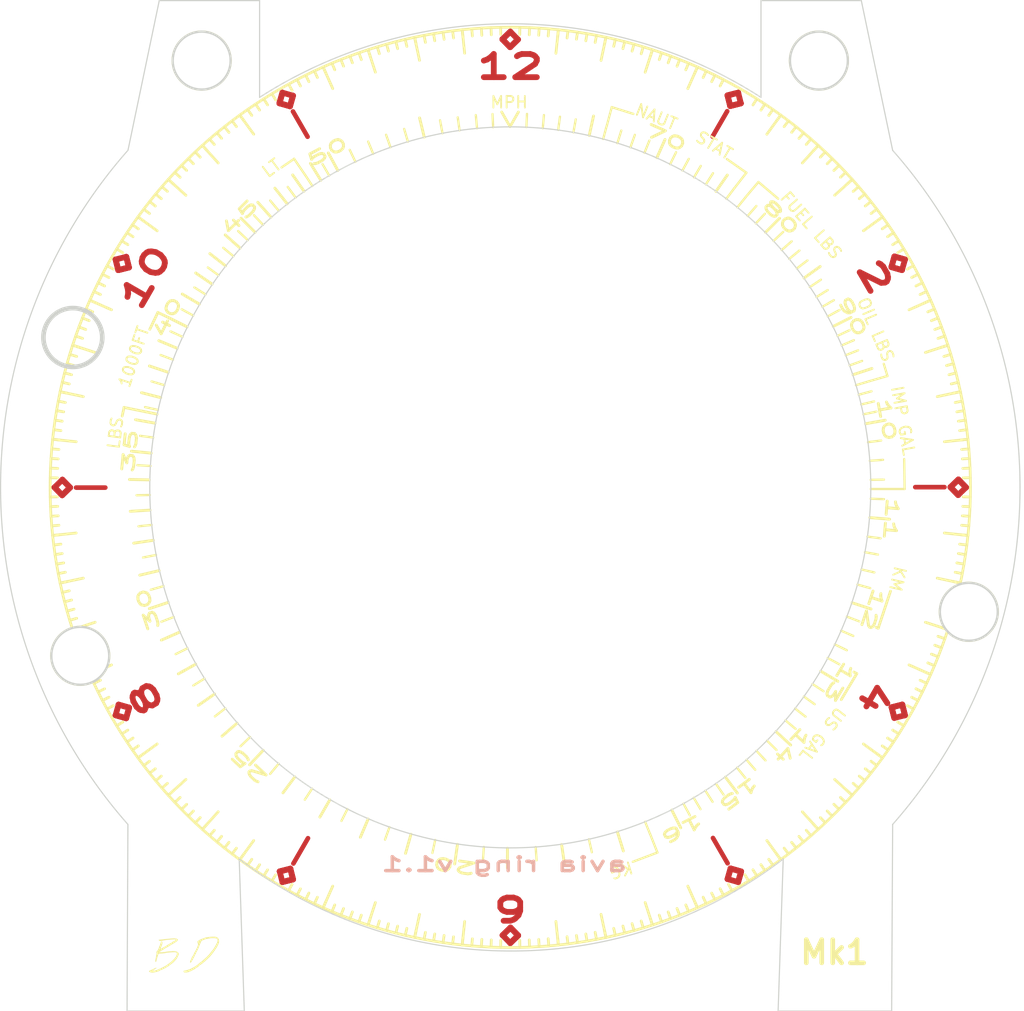
<source format=kicad_pcb>
(kicad_pcb (version 20211014) (generator pcbnew)
  (layers (0 "F.Cu" signal) (31 "B.Cu" signal) (34 "B.Paste" user) (35 "F.Paste" user) (36 "B.SilkS" user "B.Silkscreen") (37 "F.SilkS" user "F.Silkscreen") (38 "B.Mask" user) (39 "F.Mask" user) (44 "Edge.Cuts" user))
  (net 0 "")
  (footprint "BartLib_Logo:BD_small 3.5x2.6" (layer "F.Cu") (at 137.069147 115.256866)
    (fp_text reference "G***" hide)
    (fp_text value "LOGO" hide)
  )
  (gr_line (start 167.71474 105.051709) (end 167.598952 104.59226) (layer "F.Cu") (width 0.25))
  (gr_line (start 160.974079 112.135251) (end 161.103528 111.679463) (layer "F.Cu") (width 0.25))
  (gr_line (start 141.304079 112.134188) (end 141.188291 111.674739) (layer "F.Cu") (width 0.25))
  (gr_line (start 134.234197 104.478291) (end 134.689985 104.60774) (layer "F.Cu") (width 0.25))
  (gr_line (start 134.234197 104.478291) (end 134.689985 104.60774) (layer "F.Cu") (width 0.25))
  (gr_line (start 168.175251 85.265921) (end 167.719463 85.136472) (layer "F.Cu") (width 0.25))
  (gr_line (start 151.138937 114.77) (end 151.478937 114.44) (layer "F.Cu") (width 0.25))
  (gr_line (start 170.81 95.101063) (end 170.48 94.761063) (layer "F.Cu") (width 0.25))
  (gr_line (start 141.188291 111.67474) (end 141.64774 111.558952) (layer "F.Cu") (width 0.25))
  (gr_line (start 141.188291 111.67474) (end 141.64774 111.558952) (layer "F.Cu") (width 0.25))
  (gr_line (start 170.81 95.101063) (end 170.48 94.761063) (layer "F.Cu") (width 0.25))
  (gr_line (start 134.104749 104.934079) (end 134.560537 105.063528) (layer "F.Cu") (width 0.25))
  (gr_line (start 168.045803 85.721709) (end 167.590015 85.59226) (layer "F.Cu") (width 0.25))
  (gr_line (start 168.0584 104.476472) (end 167.598951 104.59226) (layer "F.Cu") (width 0.25))
  (gr_line (start 131.8 95.438937) (end 132.14 95.108937) (layer "F.Cu") (width 0.25))
  (gr_line (start 141.188291 111.67474) (end 141.64774 111.558952) (layer "F.Cu") (width 0.25))
  (gr_line (start 134.105812 85.264079) (end 134.2216 85.723528) (layer "F.Cu") (width 0.25))
  (gr_line (start 168.045803 85.721709) (end 167.590015 85.59226) (layer "F.Cu") (width 0.25))
  (gr_line (start 150.808937 114.43) (end 151.148937 114.1) (layer "F.Cu") (width 0.25))
  (gr_line (start 151.141063 75.43) (end 151.471063 75.77) (layer "F.Cu") (width 0.25))
  (gr_line (start 134.234197 104.478291) (end 134.689985 104.60774) (layer "F.Cu") (width 0.25))
  (gr_line (start 160.975921 78.065812) (end 160.516472 78.1816) (layer "F.Cu") (width 0.25))
  (gr_line (start 150.801063 75.76) (end 151.131063 76.1) (layer "F.Cu") (width 0.25))
  (gr_line (start 141.305921 78.064749) (end 141.176472 78.520537) (layer "F.Cu") (width 0.25))
  (gr_line (start 141.305921 78.064749) (end 141.176472 78.520537) (layer "F.Cu") (width 0.25))
  (gr_line (start 160.518291 112.005803) (end 160.64774 111.550015) (layer "F.Cu") (width 0.25))
  (gr_line (start 141.176472 78.520537) (end 141.63226 78.649986) (layer "F.Cu") (width 0.25))
  (gr_line (start 168.175251 85.265921) (end 167.719463 85.136472) (layer "F.Cu") (width 0.25))
  (gr_line (start 168.174188 104.935921) (end 168.0584 104.476472) (layer "F.Cu") (width 0.25))
  (gr_line (start 160.516472 78.1816) (end 160.63226 78.641049) (layer "F.Cu") (width 0.25))
  (gr_line (start 134.560537 105.063528) (end 134.689986 104.60774) (layer "F.Cu") (width 0.25))
  (gr_line (start 161.103528 111.679463) (end 160.64774 111.550014) (layer "F.Cu") (width 0.25))
  (gr_line (start 151.138937 114.77) (end 151.478937 114.44) (layer "F.Cu") (width 0.25))
  (gr_line (start 131.81 94.768937) (end 132.14 95.108937) (layer "F.Cu") (width 0.25))
  (gr_line (start 141.76134 78.875684) (end 142.39134 79.966876) (layer "F.Cu") (width 0.2))
  (gr_line (start 170.48 94.761063) (end 170.14 95.091063) (layer "F.Cu") (width 0.25))
  (gr_line (start 151.141063 75.43) (end 150.801063 75.76) (layer "F.Cu") (width 0.25))
  (gr_line (start 168.174188 104.935921) (end 168.0584 104.476472) (layer "F.Cu") (width 0.25))
  (gr_line (start 160.50134 78.865684) (end 159.87134 79.956876) (layer "F.Cu") (width 0.2))
  (gr_line (start 170.81 95.101063) (end 170.48 94.761063) (layer "F.Cu") (width 0.25))
  (gr_line (start 151.471063 75.77) (end 151.131063 76.1) (layer "F.Cu") (width 0.25))
  (gr_line (start 131.47 95.098937) (end 131.8 95.438937) (layer "F.Cu") (width 0.25))
  (gr_line (start 160.518291 112.005803) (end 160.64774 111.550015) (layer "F.Cu") (width 0.25))
  (gr_line (start 141.77866 111.334316) (end 142.40866 110.243124) (layer "F.Cu") (width 0.2))
  (gr_line (start 134.56526 85.148291) (end 134.681048 85.60774) (layer "F.Cu") (width 0.25))
  (gr_line (start 134.105812 85.264079) (end 134.2216 85.723528) (layer "F.Cu") (width 0.25))
  (gr_line (start 167.719463 85.136472) (end 167.590014 85.59226) (layer "F.Cu") (width 0.25))
  (gr_line (start 151.138937 114.77) (end 150.808937 114.43) (layer "F.Cu") (width 0.25))
  (gr_line (start 170.81 95.101063) (end 170.47 95.431063) (layer "F.Cu") (width 0.25))
  (gr_line (start 160.975921 78.065812) (end 160.516472 78.1816) (layer "F.Cu") (width 0.25))
  (gr_line (start 151.471063 75.77) (end 151.131063 76.1) (layer "F.Cu") (width 0.25))
  (gr_line (start 170.47 95.431063) (end 170.14 95.091063) (layer "F.Cu") (width 0.25))
  (gr_line (start 168.175251 85.265921) (end 168.045802 85.721709) (layer "F.Cu") (width 0.25))
  (gr_line (start 134.56526 85.148291) (end 134.681048 85.60774) (layer "F.Cu") (width 0.25))
  (gr_line (start 170.47 95.431063) (end 170.14 95.091063) (layer "F.Cu") (width 0.25))
  (gr_line (start 151.478937 114.44) (end 151.148937 114.1) (layer "F.Cu") (width 0.25))
  (gr_line (start 170.48 94.761063) (end 170.14 95.091063) (layer "F.Cu") (width 0.25))
  (gr_line (start 151.478937 114.44) (end 151.148937 114.1) (layer "F.Cu") (width 0.25))
  (gr_line (start 160.516472 78.1816) (end 160.63226 78.641049) (layer "F.Cu") (width 0.25))
  (gr_line (start 134.104749 104.934079) (end 134.560537 105.063528) (layer "F.Cu") (width 0.25))
  (gr_line (start 160.51866 111.324316) (end 159.88866 110.233124) (layer "F.Cu") (width 0.2))
  (gr_line (start 131.8 95.438937) (end 132.14 95.108937) (layer "F.Cu") (width 0.25))
  (gr_line (start 141.761709 78.194197) (end 141.63226 78.649985) (layer "F.Cu") (width 0.25))
  (gr_line (start 134.56526 85.148291) (end 134.681048 85.60774) (layer "F.Cu") (width 0.25))
  (gr_line (start 161.091709 78.52526) (end 160.63226 78.641048) (layer "F.Cu") (width 0.25))
  (gr_line (start 160.975921 78.065812) (end 160.516472 78.1816) (layer "F.Cu") (width 0.25))
  (gr_line (start 141.304079 112.134188) (end 141.763528 112.0184) (layer "F.Cu") (width 0.25))
  (gr_line (start 141.763528 112.0184) (end 141.64774 111.558951) (layer "F.Cu") (width 0.25))
  (gr_line (start 134.105812 85.264079) (end 134.2216 85.723528) (layer "F.Cu") (width 0.25))
  (gr_line (start 169.88 95.09) (end 168.62 95.09) (layer "F.Cu") (width 0.2))
  (gr_line (start 161.103528 111.679463) (end 160.64774 111.550014) (layer "F.Cu") (width 0.25))
  (gr_line (start 170.48 94.761063) (end 170.14 95.091063) (layer "F.Cu") (width 0.25))
  (gr_line (start 141.176472 78.520537) (end 141.63226 78.649986) (layer "F.Cu") (width 0.25))
  (gr_line (start 170.47 95.431063) (end 170.14 95.091063) (layer "F.Cu") (width 0.25))
  (gr_line (start 141.304079 112.134188) (end 141.763528 112.0184) (layer "F.Cu") (width 0.25))
  (gr_line (start 167.71474 105.051709) (end 167.598952 104.59226) (layer "F.Cu") (width 0.25))
  (gr_line (start 131.81 94.768937) (end 132.14 95.108937) (layer "F.Cu") (width 0.25))
  (gr_line (start 151.478937 114.44) (end 151.148937 114.1) (layer "F.Cu") (width 0.25))
  (gr_line (start 134.2216 85.723528) (end 134.681049 85.60774) (layer "F.Cu") (width 0.25))
  (gr_line (start 134.105812 85.264079) (end 134.565261 85.148291) (layer "F.Cu") (width 0.25))
  (gr_line (start 160.516472 78.1816) (end 160.63226 78.641049) (layer "F.Cu") (width 0.25))
  (gr_line (start 131.47 95.098937) (end 131.81 94.768937) (layer "F.Cu") (width 0.25))
  (gr_line (start 134.560537 105.063528) (end 134.689986 104.60774) (layer "F.Cu") (width 0.25))
  (gr_line (start 131.81 94.768937) (end 132.14 95.108937) (layer "F.Cu") (width 0.25))
  (gr_line (start 131.8 95.438937) (end 132.14 95.108937) (layer "F.Cu") (width 0.25))
  (gr_line (start 141.761709 78.194197) (end 141.63226 78.649985) (layer "F.Cu") (width 0.25))
  (gr_line (start 161.091709 78.52526) (end 160.63226 78.641048) (layer "F.Cu") (width 0.25))
  (gr_line (start 141.176472 78.520537) (end 141.63226 78.649986) (layer "F.Cu") (width 0.25))
  (gr_line (start 160.974079 112.135251) (end 160.518291 112.005802) (layer "F.Cu") (width 0.25))
  (gr_line (start 141.761709 78.194197) (end 141.63226 78.649985) (layer "F.Cu") (width 0.25))
  (gr_line (start 160.518291 112.005803) (end 160.64774 111.550015) (layer "F.Cu") (width 0.25))
  (gr_line (start 151.471063 75.77) (end 151.131063 76.1) (layer "F.Cu") (width 0.25))
  (gr_line (start 168.174188 104.935921) (end 168.0584 104.476472) (layer "F.Cu") (width 0.25))
  (gr_line (start 134.104749 104.934079) (end 134.234198 104.478291) (layer "F.Cu") (width 0.25))
  (gr_line (start 167.71474 105.051709) (end 167.598952 104.59226) (layer "F.Cu") (width 0.25))
  (gr_line (start 131.47 95.098937) (end 131.8 95.438937) (layer "F.Cu") (width 0.25))
  (gr_line (start 151.138937 114.77) (end 151.478937 114.44) (layer "F.Cu") (width 0.25))
  (gr_line (start 151.141063 75.43) (end 150.801063 75.76) (layer "F.Cu") (width 0.25))
  (gr_line (start 160.974079 112.135251) (end 161.103528 111.679463) (layer "F.Cu") (width 0.25))
  (gr_line (start 141.304079 112.134188) (end 141.763528 112.0184) (layer "F.Cu") (width 0.25))
  (gr_line (start 141.305921 78.064749) (end 141.761709 78.194198) (layer "F.Cu") (width 0.25))
  (gr_line (start 168.174188 104.935921) (end 167.714739 105.051709) (layer "F.Cu") (width 0.25))
  (gr_line (start 134.2216 85.723528) (end 134.681049 85.60774) (layer "F.Cu") (width 0.25))
  (gr_line (start 151.141063 75.43) (end 150.801063 75.76) (layer "F.Cu") (width 0.25))
  (gr_line (start 160.975921 78.065812) (end 161.091709 78.525261) (layer "F.Cu") (width 0.25))
  (gr_line (start 161.091709 78.52526) (end 160.63226 78.641048) (layer "F.Cu") (width 0.25))
  (gr_line (start 141.763528 112.0184) (end 141.64774 111.558951) (layer "F.Cu") (width 0.25))
  (gr_line (start 167.719463 85.136472) (end 167.590014 85.59226) (layer "F.Cu") (width 0.25))
  (gr_line (start 168.175251 85.265921) (end 167.719463 85.136472) (layer "F.Cu") (width 0.25))
  (gr_line (start 141.763528 112.0184) (end 141.64774 111.558951) (layer "F.Cu") (width 0.25))
  (gr_line (start 134.2216 85.723528) (end 134.681049 85.60774) (layer "F.Cu") (width 0.25))
  (gr_line (start 167.719463 85.136472) (end 167.590014 85.59226) (layer "F.Cu") (width 0.25))
  (gr_line (start 131.47 95.098937) (end 131.8 95.438937) (layer "F.Cu") (width 0.25))
  (gr_line (start 168.0584 104.476472) (end 167.598951 104.59226) (layer "F.Cu") (width 0.25))
  (gr_line (start 160.974079 112.135251) (end 161.103528 111.679463) (layer "F.Cu") (width 0.25))
  (gr_line (start 150.801063 75.76) (end 151.131063 76.1) (layer "F.Cu") (width 0.25))
  (gr_line (start 150.808937 114.43) (end 151.148937 114.1) (layer "F.Cu") (width 0.25))
  (gr_line (start 168.045803 85.721709) (end 167.590015 85.59226) (layer "F.Cu") (width 0.25))
  (gr_line (start 161.103528 111.679463) (end 160.64774 111.550014) (layer "F.Cu") (width 0.25))
  (gr_line (start 134.560537 105.063528) (end 134.689986 104.60774) (layer "F.Cu") (width 0.25))
  (gr_line (start 132.4 95.11) (end 133.66 95.11) (layer "F.Cu") (width 0.2))
  (gr_line (start 141.305921 78.064749) (end 141.176472 78.520537) (layer "F.Cu") (width 0.25))
  (gr_line (start 150.801063 75.76) (end 151.131063 76.1) (layer "F.Cu") (width 0.25))
  (gr_line (start 150.808937 114.43) (end 151.148937 114.1) (layer "F.Cu") (width 0.25))
  (gr_line (start 134.104749 104.934079) (end 134.560537 105.063528) (layer "F.Cu") (width 0.25))
  (gr_line (start 168.0584 104.476472) (end 167.598951 104.59226) (layer "F.Cu") (width 0.25))
  (gr_line (start 166.704152 107.435995) (end 166.461207 107.243439) (layer "F.SilkS") (width 0.12))
  (gr_line (start 164.116933 80.066078) (end 163.914373 80.300746) (layer "F.SilkS") (width 0.12))
  (gr_line (start 134.47 91.65) (end 134.39 92.02) (layer "F.SilkS") (width 0.12))
  (gr_line (start 154.861393 75.591775) (end 154.803305 75.896284) (layer "F.SilkS") (width 0.12))
  (gr_line (start 157.17675 110.067311) (end 157.49 110.86) (layer "F.SilkS") (width 0.1))
  (gr_line (start 168.928836 86.269545) (end 168.651165 86.407382) (layer "F.SilkS") (width 0.12))
  (gr_line (start 150.724084 114.955644) (end 150.730576 114.645712) (layer "F.SilkS") (width 0.12))
  (gr_line (start 157.277078 113.987982) (end 156.961881 113.017904) (layer "F.SilkS") (width 0.12))
  (gr_circle (center 164.46 76.68) (end 165.66 76.68) (layer "F.SilkS") (width 0.2) (fill none))
  (gr_line (start 132.996987 103.17779) (end 133.280186 103.051702) (layer "F.SilkS") (width 0.12))
  (gr_line (start 132.996987 87.02221) (end 133.928803 87.437081) (layer "F.SilkS") (width 0.12))
  (gr_line (start 170.930348 93.438158) (end 170.621435 93.464098) (layer "F.SilkS") (width 0.12))
  (gr_line (start 146.201019 114.336062) (end 146.278113 114.035801) (layer "F.SilkS") (width 0.12))
  (gr_line (start 143.829046 76.634639) (end 143.943165 76.92287) (layer "F.SilkS") (width 0.12))
  (gr_line (start 132.252018 88.962922) (end 132.546846 89.058717) (layer "F.SilkS") (width 0.12))
  (gr_line (start 169.605361 87.789046) (end 169.31713 87.903165) (layer "F.SilkS") (width 0.12))
  (gr_line (start 145.002922 113.987982) (end 145.098717 113.693154) (layer "F.SilkS") (width 0.12))
  (gr_line (start 131.388795 97.175935) (end 131.697097 97.143531) (layer "F.SilkS") (width 0.12))
  (gr_line (start 135.072922 106.773415) (end 135.898119 106.173874) (layer "F.SilkS") (width 0.12))
  (gr_line (start 132.996987 103.17779) (end 133.928803 102.762919) (layer "F.SilkS") (width 0.12))
  (gr_line (start 139.132662 110.919084) (end 139.320088 110.67216) (layer "F.SilkS") (width 0.12))
  (gr_line (start 158.062641 76.48558) (end 157.954584 76.776137) (layer "F.SilkS") (width 0.12))
  (gr_line (start 136.381144 81.811066) (end 137.139152 82.493579) (layer "F.SilkS") (width 0.12))
  (gr_line (start 131.319189 96.34702) (end 131.628577 96.327555) (layer "F.SilkS") (width 0.12))
  (gr_line (start 145.002922 113.987982) (end 145.318119 113.017904) (layer "F.SilkS") (width 0.12))
  (gr_line (start 166.612771 90.523857) (end 167.418221 90.291394) (layer "F.SilkS") (width 0.1))
  (gr_line (start 166.704152 82.764005) (end 166.461207 82.956561) (layer "F.SilkS") (width 0.12))
  (gr_line (start 162.813415 111.167078) (end 162.213874 110.341881) (layer "F.SilkS") (width 0.12))
  (gr_line (start 170.891205 97.175935) (end 169.876793 97.069316) (layer "F.SilkS") (width 0.12))
  (gr_line (start 155.52 78.69) (end 156.45 78.98) (layer "F.SilkS") (width 0.1))
  (gr_line (start 170.027982 101.237078) (end 169.733154 101.141283) (layer "F.SilkS") (width 0.12))
  (gr_line (start 148.650882 114.803398) (end 148.689735 114.495842) (layer "F.SilkS") (width 0.12))
  (gr_line (start 149.89298 75.279189) (end 149.912445 75.588577) (layer "F.SilkS") (width 0.12))
  (gr_line (start 153.215935 75.348795) (end 153.183531 75.657097) (layer "F.SilkS") (width 0.12))
  (gr_line (start 168.543451 85.532372) (end 168.271796 85.681716) (layer "F.SilkS") (width 0.12))
  (gr_line (start 149.064065 75.348795) (end 149.096469 75.657097) (layer "F.SilkS") (width 0.12))
  (gr_line (start 136.662683 81.504894) (end 136.888663 81.717104) (layer "F.SilkS") (width 0.12))
  (gr_line (start 151.97165 114.942579) (end 151.958669 114.632851) (layer "F.SilkS") (width 0.12))
  (gr_line (start 149.064065 114.851205) (end 149.170684 113.836793) (layer "F.SilkS") (width 0.12))
  (gr_line (start 165.898856 81.811066) (end 165.140848 82.493579) (layer "F.SilkS") (width 0.12))
  (gr_line (start 155.3 79.51) (end 155.52 78.69) (layer "F.SilkS") (width 0.1))
  (gr_line (start 145.002922 76.212018) (end 145.318119 77.182096) (layer "F.SilkS") (width 0.12))
  (gr_line (start 135.9 91.94) (end 134.47 91.65) (layer "F.SilkS") (width 0.12))
  (gr_line (start 160.813519 82.183576) (end 161.33 81.52) (layer "F.SilkS") (width 0.1))
  (gr_line (start 136.106078 108.076933) (end 136.340746 107.874373) (layer "F.SilkS") (width 0.12))
  (gr_line (start 137.244686 80.910573) (end 137.461582 81.13206) (layer "F.SilkS") (width 0.12))
  (gr_line (start 155.269126 114.526011) (end 155.057056 113.5283) (layer "F.SilkS") (width 0.12))
  (gr_line (start 154.452027 114.681881) (end 154.400329 114.376222) (layer "F.SilkS") (width 0.12))
  (gr_line (start 164.428934 80.341144) (end 164.221504 80.571519) (layer "F.SilkS") (width 0.12))
  (gr_line (start 170.891205 93.024065) (end 170.582903 93.056469) (layer "F.SilkS") (width 0.12))
  (gr_line (start 135.837607 82.44076) (end 136.076466 82.638361) (layer "F.SilkS") (width 0.12))
  (gr_line (start 149.478158 114.890348) (end 149.504098 114.581435) (layer "F.SilkS") (width 0.12))
  (gr_line (start 159.595977 113.069865) (end 159.463985 112.789369) (layer "F.SilkS") (width 0.12))
  (gr_line (start 158.450954 113.565361) (end 158.336835 113.27713) (layer "F.SilkS") (width 0.12))
  (gr_line (start 142.684023 77.130135) (end 142.816015 77.410631) (layer "F.SilkS") (width 0.12))
  (gr_line (start 170.843398 92.610882) (end 170.535842 92.649735) (layer "F.SilkS") (width 0.12))
  (gr_line (start 147.010874 75.673989) (end 147.075327 75.977215) (layer "F.SilkS") (width 0.12))
  (gr_line (start 143.06221 113.243013) (end 143.188298 112.959814) (layer "F.SilkS") (width 0.12))
  (gr_line (start 161.3 82.57) (end 161.85 81.92) (layer "F.SilkS") (width 0.1))
  (gr_line (start 154.452027 75.518119) (end 154.400329 75.823778) (layer "F.SilkS") (width 0.12))
  (gr_line (start 154.041209 114.746949) (end 153.995923 114.440275) (layer "F.SilkS") (width 0.12))
  (gr_line (start 167.908353 84.45848) (end 167.646611 84.624586) (layer "F.SilkS") (width 0.12))
  (gr_line (start 152.801842 75.309652) (end 152.775902 75.618565) (layer "F.SilkS") (width 0.12))
  (gr_line (start 168.16 95.17) (end 168.14 93.88) (layer "F.SilkS") (width 0.1))
  (gr_line (start 165.329427 81.204686) (end 165.10794 81.421582) (layer "F.SilkS") (width 0.12))
  (gr_line (start 138.163067 80.066078) (end 138.365627 80.300746) (layer "F.SilkS") (width 0.12))
  (gr_line (start 141.938941 77.499997) (end 142.082563 77.77472) (layer "F.SilkS") (width 0.12))
  (gr_line (start 168.127534 105.388016) (end 167.862371 105.227428) (layer "F.SilkS") (width 0.12))
  (gr_line (start 143.06221 76.956987) (end 143.188298 77.240186) (layer "F.SilkS") (width 0.12))
  (gr_line (start 159.970455 77.311164) (end 159.832618 77.588835) (layer "F.SilkS") (width 0.12))
  (gr_line (start 147.827973 75.518119) (end 147.879671 75.823778) (layer "F.SilkS") (width 0.12))
  (gr_line (start 165.898856 81.811066) (end 165.668481 82.018496) (layer "F.SilkS") (width 0.12))
  (gr_line (start 157.671292 113.855315) (end 157.569343 113.562558) (layer "F.SilkS") (width 0.12))
  (gr_line (start 143.44394 113.408202) (end 143.56407 113.122424) (layer "F.SilkS") (width 0.12))
  (gr_line (start 162.474371 78.791977) (end 162.29745 79.046533) (layer "F.SilkS") (width 0.12))
  (gr_line (start 131.349652 93.438158) (end 131.658565 93.464098) (layer "F.SilkS") (width 0.12))
  (gr_line (start 137.851066 109.858856) (end 138.058496 109.628481) (layer "F.SilkS") (width 0.12))
  (gr_line (start 134.831977 83.765629) (end 135.086533 83.94255) (layer "F.SilkS") (width 0.12))
  (gr_line (start 164.735106 109.577317) (end 164.522896 109.351337) (layer "F.SilkS") (width 0.12))
  (gr_line (start 145.799252 114.228409) (end 145.882617 113.929829) (layer "F.SilkS") (width 0.12))
  (gr_line (start 166.93 101.14) (end 167.02 101.18) (layer "F.SilkS") (width 0.12))
  (gr_line (start 162.130356 111.641816) (end 161.958805 111.38361) (layer "F.SilkS") (width 0.12))
  (gr_line (start 131.558119 98.412027) (end 131.863778 98.360329) (layer "F.SilkS") (width 0.12))
  (gr_line (start 142.309545 112.888836) (end 142.447382 112.611165) (layer "F.SilkS") (width 0.12))
  (gr_line (start 141.572372 77.696549) (end 141.721716 77.968204) (layer "F.SilkS") (width 0.12))
  (gr_line (start 145.799252 75.971591) (end 145.882617 76.270171) (layer "F.SilkS") (width 0.12))
  (gr_line (start 162.813415 79.032922) (end 162.213874 79.858119) (layer "F.SilkS") (width 0.12))
  (gr_line (start 159.21779 113.243013) (end 158.802919 112.311197) (layer "F.SilkS") (width 0.12))
  (gr_line (start 169.605361 102.410954) (end 169.31713 102.296835) (layer "F.SilkS") (width 0.12))
  (gr_line (start 151.555916 75.244356) (end 151.549424 75.554288) (layer "F.SilkS") (width 0.12))
  (gr_line (start 164.428934 109.858856) (end 164.221504 109.628481) (layer "F.SilkS") (width 0.12))
  (gr_line (start 135.837607 107.75924) (end 136.076466 107.561639) (layer "F.SilkS") (width 0.12))
  (gr_line (start 132.011591 100.440748) (end 132.310171 100.357383) (layer "F.SilkS") (width 0.12))
  (gr_line (start 170.843398 97.589118) (end 170.535842 97.550265) (layer "F.SilkS") (width 0.12))
  (gr_line (start 145.399829 114.112365) (end 145.489429 113.815596) (layer "F.SilkS") (width 0.12))
  (gr_line (start 136.106078 82.123067) (end 136.340746 82.325627) (layer "F.SilkS") (width 0.12))
  (gr_line (start 135.575848 82.764005) (end 135.818793 82.956561) (layer "F.SilkS") (width 0.12))
  (gr_line (start 161.85 81.92) (end 162.7 82.64) (layer "F.SilkS") (width 0.1))
  (gr_line (start 144.608708 113.855315) (end 144.710657 113.562558) (layer "F.SilkS") (width 0.12))
  (gr_line (start 170.566011 99.229126) (end 169.5683 99.017056) (layer "F.SilkS") (width 0.12))
  (gr_line (start 165.035314 80.910573) (end 164.818418 81.13206) (layer "F.SilkS") (width 0.12))
  (gr_line (start 141.81 80.92) (end 141.27 81.29) (layer "F.SilkS") (width 0.1))
  (gr_line (start 142.684023 113.069865) (end 142.816015 112.789369) (layer "F.SilkS") (width 0.12))
  (gr_line (start 140.49848 111.868353) (end 140.664586 111.606611) (layer "F.SilkS") (width 0.12))
  (gr_line (start 132.252018 101.237078) (end 132.546846 101.141283) (layer "F.SilkS") (width 0.12))
  (gr_line (start 150.30835 114.942579) (end 150.321331 114.632851) (layer "F.SilkS") (width 0.12))
  (gr_circle (center 170.93 100.47) (end 172.13 100.47) (layer "F.SilkS") (width 0.2) (fill none))
  (gr_line (start 143.06221 113.243013) (end 143.477081 112.311197) (layer "F.SilkS") (width 0.12))
  (gr_line (start 159.21779 113.243013) (end 159.091702 112.959814) (layer "F.SilkS") (width 0.12))
  (gr_line (start 144.217359 76.48558) (end 144.325416 76.776137) (layer "F.SilkS") (width 0.12))
  (gr_line (start 170.475277 99.635048) (end 170.173468 99.564259) (layer "F.SilkS") (width 0.12))
  (gr_line (start 131.903938 100.038981) (end 132.204199 99.961887) (layer "F.SilkS") (width 0.12))
  (gr_line (start 131.713989 99.229126) (end 132.017215 99.164673) (layer "F.SilkS") (width 0.12))
  (gr_line (start 170.566011 99.229126) (end 170.262785 99.164673) (layer "F.SilkS") (width 0.12))
  (gr_line (start 135.072922 83.426585) (end 135.323717 83.608798) (layer "F.SilkS") (width 0.12))
  (gr_line (start 161.428016 112.087534) (end 161.267428 111.822371) (layer "F.SilkS") (width 0.12))
  (gr_line (start 144.217359 113.71442) (end 144.325416 113.423863) (layer "F.SilkS") (width 0.12))
  (gr_line (start 169.448202 87.40394) (end 169.162424 87.52407) (layer "F.SilkS") (width 0.12))
  (gr_line (start 166.959084 107.107338) (end 166.71216 106.919912) (layer "F.SilkS") (width 0.12))
  (gr_line (start 163.79924 110.402393) (end 163.601639 110.163534) (layer "F.SilkS") (width 0.12))
  (gr_line (start 169.75442 88.177359) (end 169.463863 88.285416) (layer "F.SilkS") (width 0.12))
  (gr_line (start 152.801842 114.890348) (end 152.775902 114.581435) (layer "F.SilkS") (width 0.12))
  (gr_line (start 133.736549 85.532372) (end 134.008204 85.681716) (layer "F.SilkS") (width 0.12))
  (gr_line (start 165.617317 81.504894) (end 165.391337 81.717104) (layer "F.SilkS") (width 0.12))
  (gr_line (start 156.480748 75.971591) (end 156.397383 76.270171) (layer "F.SilkS") (width 0.12))
  (gr_line (start 132.831798 102.79606) (end 133.117576 102.67593) (layer "F.SilkS") (width 0.12))
  (gr_line (start 164.116933 110.133922) (end 163.914373 109.899254) (layer "F.SilkS") (width 0.12))
  (gr_line (start 147.010874 114.526011) (end 147.222944 113.5283) (layer "F.SilkS") (width 0.12))
  (gr_line (start 158.062641 113.71442) (end 157.954584 113.423863) (layer "F.SilkS") (width 0.12))
  (gr_line (start 136.950573 108.995314) (end 137.17206 108.778418) (layer "F.SilkS") (width 0.12))
  (gr_line (start 170.721881 91.787973) (end 170.416222 91.839671) (layer "F.SilkS") (width 0.12))
  (gr_line (start 136.381144 108.388934) (end 136.611519 108.181504) (layer "F.SilkS") (width 0.12))
  (gr_line (start 132.252018 88.962922) (end 133.222096 89.278119) (layer "F.SilkS") (width 0.12))
  (gr_line (start 160.341059 112.700003) (end 160.197437 112.42528) (layer "F.SilkS") (width 0.12))
  (gr_line (start 148.238791 75.453051) (end 148.284077 75.759725) (layer "F.SilkS") (width 0.12))
  (gr_line (start 164.735106 80.622683) (end 164.522896 80.848663) (layer "F.SilkS") (width 0.12))
  (gr_line (start 131.349652 96.761842) (end 131.658565 96.735902) (layer "F.SilkS") (width 0.12))
  (gr_line (start 132.252018 101.237078) (end 133.222096 100.921881) (layer "F.SilkS") (width 0.12))
  (gr_line (start 170.566011 90.970874) (end 169.5683 91.182944) (layer "F.SilkS") (width 0.12))
  (gr_line (start 170.891205 97.175935) (end 170.582903 97.143531) (layer "F.SilkS") (width 0.12))
  (gr_line (start 154.861393 114.608225) (end 154.803305 114.303716) (layer "F.SilkS") (width 0.12))
  (gr_line (start 134.831977 106.434371) (end 135.086533 106.25745) (layer "F.SilkS") (width 0.12))
  (gr_line (start 167.02 101.18) (end 167.55 99.58) (layer "F.SilkS") (width 0.12))
  (gr_line (start 157.277078 76.212018) (end 157.181283 76.506846) (layer "F.SilkS") (width 0.12))
  (gr_line (start 169.895315 88.568708) (end 169.602558 88.670657) (layer "F.SilkS") (width 0.12))
  (gr_line (start 170.566011 90.970874) (end 170.262785 91.035327) (layer "F.SilkS") (width 0.12))
  (gr_line (start 163.147338 110.919084) (end 162.959912 110.67216) (layer "F.SilkS") (width 0.12))
  (gr_line (start 163.79924 79.797607) (end 163.601639 80.036466) (layer "F.SilkS") (width 0.12))
  (gr_line (start 166.095 103.14) (end 165.425 104.26) (layer "F.SilkS") (width 0.12))
  (gr_circle (center 151.14 95.1) (end 151.14 75.24) (layer "F.SilkS") (width 0.12) (fill none))
  (gr_line (start 167.207078 83.426585) (end 166.956283 83.608798) (layer "F.SilkS") (width 0.12))
  (gr_line (start 167.681816 106.090356) (end 167.42361 105.918805) (layer "F.SilkS") (width 0.12))
  (gr_line (start 142.309545 77.311164) (end 142.447382 77.588835) (layer "F.SilkS") (width 0.12))
  (gr_line (start 139.805629 78.791977) (end 139.98255 79.046533) (layer "F.SilkS") (width 0.12))
  (gr_line (start 155.675048 114.435277) (end 155.604259 114.133468) (layer "F.SilkS") (width 0.12))
  (gr_line (start 134.598184 106.090356) (end 134.85639 105.918805) (layer "F.SilkS") (width 0.12))
  (gr_line (start 169.109865 103.555977) (end 168.829369 103.423985) (layer "F.SilkS") (width 0.12))
  (gr_line (start 142.28 81.61) (end 141.81 80.92) (layer "F.SilkS") (width 0.1))
  (gr_line (start 139.805629 111.408023) (end 139.98255 111.153467) (layer "F.SilkS") (width 0.12))
  (gr_line (start 149.064065 75.348795) (end 149.170684 76.363207) (layer "F.SilkS") (width 0.12))
  (gr_line (start 139.466585 79.032922) (end 140.066126 79.858119) (layer "F.SilkS") (width 0.12))
  (gr_line (start 131.558119 91.787973) (end 131.863778 91.839671) (layer "F.SilkS") (width 0.12))
  (gr_line (start 153.215935 75.348795) (end 153.109316 76.363207) (layer "F.SilkS") (width 0.12))
  (gr_line (start 165.617317 108.695106) (end 165.391337 108.482896) (layer "F.SilkS") (width 0.12))
  (gr_line (start 138.48076 79.797607) (end 138.678361 80.036466) (layer "F.SilkS") (width 0.12))
  (gr_line (start 146.604952 75.764723) (end 146.675741 76.066532) (layer "F.SilkS") (width 0.12))
  (gr_line (start 170.995644 94.684084) (end 170.685712 94.690576) (layer "F.SilkS") (width 0.12))
  (gr_line (start 170.268409 89.759252) (end 169.969829 89.842617) (layer "F.SilkS") (width 0.12))
  (gr_line (start 169.283013 103.17779) (end 168.999814 103.051702) (layer "F.SilkS") (width 0.12))
  (gr_line (start 165.97 103.07) (end 166.095 103.14) (layer "F.SilkS") (width 0.12))
  (gr_line (start 165.898856 108.388934) (end 165.140848 107.706421) (layer "F.SilkS") (width 0.12))
  (gr_line (start 156.880171 76.087635) (end 156.790571 76.384404) (layer "F.SilkS") (width 0.12))
  (gr_line (start 160.341059 77.499997) (end 160.197437 77.77472) (layer "F.SilkS") (width 0.12))
  (gr_line (start 170.982579 95.93165) (end 170.672851 95.918669) (layer "F.SilkS") (width 0.12))
  (gr_line (start 150.77 78.9) (end 151.13 79.53) (layer "F.SilkS") (width 0.12))
  (gr_line (start 169.895315 101.631292) (end 169.602558 101.529343) (layer "F.SilkS") (width 0.12))
  (gr_line (start 157.277078 113.987982) (end 157.181283 113.693154) (layer "F.SilkS") (width 0.12))
  (gr_line (start 132.127635 89.359829) (end 132.424404 89.449429) (layer "F.SilkS") (width 0.12))
  (gr_line (start 141.938941 112.700003) (end 142.082563 112.42528) (layer "F.SilkS") (width 0.12))
  (gr_line (start 135.575848 107.435995) (end 135.818793 107.243439) (layer "F.SilkS") (width 0.12))
  (gr_line (start 163.147338 79.280916) (end 162.959912 79.52784) (layer "F.SilkS") (width 0.12))
  (gr_line (start 140.851984 112.087534) (end 141.012572 111.822371) (layer "F.SilkS") (width 0.12))
  (gr_line (start 159.595977 77.130135) (end 159.463985 77.410631) (layer "F.SilkS") (width 0.12))
  (gr_line (start 135.072922 106.773415) (end 135.323717 106.591202) (layer "F.SilkS") (width 0.12))
  (gr_line (start 133.170135 103.555977) (end 133.450631 103.423985) (layer "F.SilkS") (width 0.12))
  (gr_line (start 155.269126 75.673989) (end 155.057056 76.6717) (layer "F.SilkS") (width 0.12))
  (gr_line (start 170.960811 96.34702) (end 170.651423 96.327555) (layer "F.SilkS") (width 0.12))
  (gr_line (start 155.675048 75.764723) (end 155.604259 76.066532) (layer "F.SilkS") (width 0.12))
  (gr_line (start 139.466585 79.032922) (end 139.648798 79.283717) (layer "F.SilkS") (width 0.12))
  (gr_line (start 131.713989 90.970874) (end 132.7117 91.182944) (layer "F.SilkS") (width 0.12))
  (gr_line (start 164.428934 80.341144) (end 163.746421 81.099152) (layer "F.SilkS") (width 0.12))
  (gr_line (start 131.804723 90.564952) (end 132.106532 90.635741) (layer "F.SilkS") (width 0.12))
  (gr_line (start 131.713989 99.229126) (end 132.7117 99.017056) (layer "F.SilkS") (width 0.12))
  (gr_line (start 160.707628 112.503451) (end 160.558284 112.231796) (layer "F.SilkS") (width 0.12))
  (gr_line (start 166.959084 83.092662) (end 166.71216 83.280088) (layer "F.SilkS") (width 0.12))
  (gr_line (start 131.436602 97.589118) (end 131.744158 97.550265) (layer "F.SilkS") (width 0.12))
  (gr_line (start 170.891205 93.024065) (end 169.876793 93.130684) (layer "F.SilkS") (width 0.12))
  (gr_line (start 131.388795 93.024065) (end 131.697097 93.056469) (layer "F.SilkS") (width 0.12))
  (gr_line (start 133.351164 86.269545) (end 133.628835 86.407382) (layer "F.SilkS") (width 0.12))
  (gr_line (start 169.75442 102.022641) (end 169.463863 101.914584) (layer "F.SilkS") (width 0.12))
  (gr_line (start 131.388795 97.175935) (end 132.403207 97.069316) (layer "F.SilkS") (width 0.12))
  (gr_line (start 153.629118 75.396602) (end 153.590265 75.704158) (layer "F.SilkS") (width 0.12))
  (gr_line (start 135.93 87.55) (end 135.58 88.28) (layer "F.SilkS") (width 0.12))
  (gr_line (start 170.995644 95.515916) (end 170.685712 95.509424) (layer "F.SilkS") (width 0.12))
  (gr_line (start 167.681816 84.109644) (end 167.42361 84.281195) (layer "F.SilkS") (width 0.12))
  (gr_line (start 153.215935 114.851205) (end 153.109316 113.836793) (layer "F.SilkS") (width 0.12))
  (gr_line (start 140.149644 111.641816) (end 140.321195 111.38361) (layer "F.SilkS") (width 0.12))
  (gr_line (start 131.297421 94.26835) (end 131.607149 94.281331) (layer "F.SilkS") (width 0.12))
  (gr_line (start 138.48076 110.402393) (end 138.678361 110.163534) (layer "F.SilkS") (width 0.12))
  (gr_line (start 136.381144 81.811066) (end 136.611519 82.018496) (layer "F.SilkS") (width 0.12))
  (gr_line (start 163.475995 110.664152) (end 163.283439 110.421207) (layer "F.SilkS") (width 0.12))
  (gr_line (start 137.851066 80.341144) (end 138.058496 80.571519) (layer "F.SilkS") (width 0.12))
  (gr_line (start 131.631775 98.821393) (end 131.936284 98.763305) (layer "F.SilkS") (width 0.12))
  (gr_line (start 167.448023 106.434371) (end 167.193467 106.25745) (layer "F.SilkS") (width 0.12))
  (gr_line (start 169.448202 102.79606) (end 169.162424 102.67593) (layer "F.SilkS") (width 0.12))
  (gr_line (start 163.475995 79.535848) (end 163.283439 79.778793) (layer "F.SilkS") (width 0.12))
  (gr_line (start 132.674639 102.410954) (end 132.96287 102.296835) (layer "F.SilkS") (width 0.12))
  (gr_line (start 169.283013 103.17779) (end 168.351197 102.762919) (layer "F.SilkS") (width 0.12))
  (gr_line (start 138.804005 79.535848) (end 138.996561 79.778793) (layer "F.SilkS") (width 0.12))
  (gr_line (start 166.442393 82.44076) (end 166.203534 82.638361) (layer "F.SilkS") (width 0.12))
  (gr_line (start 170.152365 89.359829) (end 169.855596 89.449429) (layer "F.SilkS") (width 0.12))
  (gr_line (start 162.130356 78.558184) (end 161.958805 78.81639) (layer "F.SilkS") (width 0.12))
  (gr_line (start 132.127635 100.840171) (end 132.424404 100.750571) (layer "F.SilkS") (width 0.12))
  (gr_line (start 132.674639 87.789046) (end 132.96287 87.903165) (layer "F.SilkS") (width 0.12))
  (gr_line (start 156.43 111.26) (end 157.49 110.86) (layer "F.SilkS") (width 0.1))
  (gr_line (start 139.466585 111.167078) (end 140.066126 110.341881) (layer "F.SilkS") (width 0.12))
  (gr_circle (center 132.58 102.37) (end 133.78 102.37) (layer "F.SilkS") (width 0.2) (fill none))
  (gr_line (start 137.244686 109.289427) (end 137.461582 109.06794) (layer "F.SilkS") (width 0.12))
  (gr_line (start 170.376062 90.161019) (end 170.075801 90.238113) (layer "F.SilkS") (width 0.12))
  (gr_line (start 134.371647 84.45848) (end 134.633389 84.624586) (layer "F.SilkS") (width 0.12))
  (gr_line (start 161.78152 78.331647) (end 161.615414 78.593389) (layer "F.SilkS") (width 0.12))
  (gr_line (start 169.283013 87.02221) (end 168.999814 87.148298) (layer "F.SilkS") (width 0.12))
  (gr_line (start 170.786949 98.001209) (end 170.480275 97.955923) (layer "F.SilkS") (width 0.12))
  (gr_line (start 149.89298 114.920811) (end 149.912445 114.611423) (layer "F.SilkS") (width 0.12))
  (gr_line (start 131.388795 93.024065) (end 132.403207 93.130684) (layer "F.SilkS") (width 0.12))
  (gr_line (start 167.418221 90.291394) (end 167.26 89.77) (layer "F.SilkS") (width 0.1))
  (gr_line (start 149.064065 114.851205) (end 149.096469 114.542903) (layer "F.SilkS") (width 0.12))
  (gr_line (start 134.152466 105.388016) (end 134.417629 105.227428) (layer "F.SilkS") (width 0.12))
  (gr_line (start 170.475277 90.564952) (end 170.173468 90.635741) (layer "F.SilkS") (width 0.12))
  (gr_line (start 156.480748 114.228409) (end 156.397383 113.929829) (layer "F.SilkS") (width 0.12))
  (gr_line (start 170.930348 96.761842) (end 170.621435 96.735902) (layer "F.SilkS") (width 0.12))
  (gr_line (start 159.21779 76.956987) (end 159.091702 77.240186) (layer "F.SilkS") (width 0.12))
  (gr_line (start 157.671292 76.344685) (end 157.569343 76.637442) (layer "F.SilkS") (width 0.12))
  (gr_line (start 168.740003 85.898941) (end 168.46528 86.042563) (layer "F.SilkS") (width 0.12))
  (gr_circle (center 137.82 76.68) (end 139.02 76.68) (layer "F.SilkS") (width 0.2) (fill none))
  (gr_line (start 170.982579 94.26835) (end 170.672851 94.281331) (layer "F.SilkS") (width 0.12))
  (gr_line (start 132.384685 101.631292) (end 132.677442 101.529343) (layer "F.SilkS") (width 0.12))
  (gr_line (start 143.44394 76.791798) (end 143.56407 77.077576) (layer "F.SilkS") (width 0.12))
  (gr_line (start 145.399829 76.087635) (end 145.489429 76.384404) (layer "F.SilkS") (width 0.12))
  (gr_line (start 166.442393 107.75924) (end 166.203534 107.561639) (layer "F.SilkS") (width 0.12))
  (gr_line (start 145.002922 76.212018) (end 145.098717 76.506846) (layer "F.SilkS") (width 0.12))
  (gr_line (start 140.149644 78.558184) (end 140.321195 78.81639) (layer "F.SilkS") (width 0.12))
  (gr_line (start 161.78152 111.868353) (end 161.615414 111.606611) (layer "F.SilkS") (width 0.12))
  (gr_line (start 153.629118 114.803398) (end 153.590265 114.495842) (layer "F.SilkS") (width 0.12))
  (gr_line (start 133.351164 103.930455) (end 133.628835 103.792618) (layer "F.SilkS") (width 0.12))
  (gr_line (start 167.908353 105.74152) (end 167.646611 105.575414) (layer "F.SilkS") (width 0.12))
  (gr_line (start 147.827973 114.681881) (end 147.879671 114.376222) (layer "F.SilkS") (width 0.12))
  (gr_line (start 156.880171 114.112365) (end 156.790571 113.815596) (layer "F.SilkS") (width 0.12))
  (gr_line (start 137.851066 109.858856) (end 138.533579 109.100848) (layer "F.SilkS") (width 0.12))
  (gr_line (start 148.650882 75.396602) (end 148.689735 75.704158) (layer "F.SilkS") (width 0.12))
  (gr_line (start 134.371647 105.74152) (end 134.633389 105.575414) (layer "F.SilkS") (width 0.12))
  (gr_line (start 134.152466 84.811984) (end 134.417629 84.972572) (layer "F.SilkS") (width 0.12))
  (gr_line (start 165.898856 108.388934) (end 165.668481 108.181504) (layer "F.SilkS") (width 0.12))
  (gr_line (start 167.448023 83.765629) (end 167.193467 83.94255) (layer "F.SilkS") (width 0.12))
  (gr_line (start 170.786949 92.198791) (end 170.480275 92.244077) (layer "F.SilkS") (width 0.12))
  (gr_line (start 156.078981 114.336062) (end 156.001887 114.035801) (layer "F.SilkS") (width 0.12))
  (gr_line (start 134.598184 84.109644) (end 134.85639 84.281195) (layer "F.SilkS") (width 0.12))
  (gr_line (start 150.724084 75.244356) (end 150.730576 75.554288) (layer "F.SilkS") (width 0.12))
  (gr_line (start 168.928836 103.930455) (end 168.651165 103.792618) (layer "F.SilkS") (width 0.12))
  (gr_line (start 169.109865 86.644023) (end 168.829369 86.776015) (layer "F.SilkS") (width 0.12))
  (gr_line (start 155.269126 114.526011) (end 155.204673 114.222785) (layer "F.SilkS") (width 0.12))
  (gr_line (start 131.903938 90.161019) (end 132.204199 90.238113) (layer "F.SilkS") (width 0.12))
  (gr_line (start 150.30835 75.257421) (end 150.321331 75.567149) (layer "F.SilkS") (width 0.12))
  (gr_line (start 133.539997 85.898941) (end 133.81472 86.042563) (layer "F.SilkS") (width 0.12))
  (gr_line (start 152.38702 114.920811) (end 152.367555 114.611423) (layer "F.SilkS") (width 0.12))
  (gr_line (start 170.152365 100.840171) (end 169.855596 100.750571) (layer "F.SilkS") (width 0.12))
  (gr_line (start 147.418607 75.591775) (end 147.476695 75.896284) (layer "F.SilkS") (width 0.12))
  (gr_line (start 135.072922 83.426585) (end 135.898119 84.026126) (layer "F.SilkS") (width 0.12))
  (gr_line (start 133.539997 104.301059) (end 133.81472 104.157437) (layer "F.SilkS") (width 0.12))
  (gr_line (start 140.851984 78.112466) (end 141.012572 78.377629) (layer "F.SilkS") (width 0.12))
  (gr_line (start 159.970455 112.888836) (end 159.832618 112.611165) (layer "F.SilkS") (width 0.12))
  (gr_line (start 167.207078 83.426585) (end 166.381881 84.026126) (layer "F.SilkS") (width 0.12))
  (gr_line (start 165.329427 108.995314) (end 165.10794 108.778418) (layer "F.SilkS") (width 0.12))
  (gr_line (start 170.960811 93.85298) (end 170.651423 93.872445) (layer "F.SilkS") (width 0.12))
  (gr_line (start 147.010874 114.526011) (end 147.075327 114.222785) (layer "F.SilkS") (width 0.12))
  (gr_line (start 133.736549 104.667628) (end 134.008204 104.518284) (layer "F.SilkS") (width 0.12))
  (gr_line (start 151.97165 75.257421) (end 151.958669 75.567149) (layer "F.SilkS") (width 0.12))
  (gr_line (start 170.648225 91.378607) (end 170.343716 91.436695) (layer "F.SilkS") (width 0.12))
  (gr_line (start 132.384685 88.568708) (end 132.677442 88.670657) (layer "F.SilkS") (width 0.12))
  (gr_line (start 132.011591 89.759252) (end 132.310171 89.842617) (layer "F.SilkS") (width 0.12))
  (gr_line (start 153.215935 114.851205) (end 153.183531 114.542903) (layer "F.SilkS") (width 0.12))
  (gr_line (start 131.284356 95.515916) (end 131.594288 95.509424) (layer "F.SilkS") (width 0.12))
  (gr_line (start 136.662683 108.695106) (end 136.888663 108.482896) (layer "F.SilkS") (width 0.12))
  (gr_line (start 138.163067 110.133922) (end 138.365627 109.899254) (layer "F.SilkS") (width 0.12))
  (gr_line (start 137.544894 109.577317) (end 137.757104 109.351337) (layer "F.SilkS") (width 0.12))
  (gr_line (start 166.173922 108.076933) (end 165.939254 107.874373) (layer "F.SilkS") (width 0.12))
  (gr_line (start 170.648225 98.821393) (end 170.343716 98.763305) (layer "F.SilkS") (width 0.12))
  (gr_line (start 138.804005 110.664152) (end 138.996561 110.421207) (layer "F.SilkS") (width 0.12))
  (gr_line (start 131.804723 99.635048) (end 132.106532 99.564259) (layer "F.SilkS") (width 0.12))
  (gr_line (start 131.493051 92.198791) (end 131.799725 92.244077) (layer "F.SilkS") (width 0.12))
  (gr_line (start 139.132662 79.280916) (end 139.320088 79.52784) (layer "F.SilkS") (width 0.12))
  (gr_line (start 158.83606 76.791798) (end 158.71593 77.077576) (layer "F.SilkS") (width 0.12))
  (gr_line (start 151.555916 114.955644) (end 151.549424 114.645712) (layer "F.SilkS") (width 0.12))
  (gr_line (start 156.078981 75.863938) (end 156.001887 76.164199) (layer "F.SilkS") (width 0.12))
  (gr_line (start 167.207078 106.773415) (end 166.381881 106.173874) (layer "F.SilkS") (width 0.12))
  (gr_line (start 131.319189 93.85298) (end 131.628577 93.872445) (layer "F.SilkS") (width 0.12))
  (gr_line (start 148.238791 114.746949) (end 148.284077 114.440275) (layer "F.SilkS") (width 0.12))
  (gr_line (start 141.572372 112.503451) (end 141.721716 112.231796) (layer "F.SilkS") (width 0.12))
  (gr_line (start 170.027982 101.237078) (end 169.057904 100.921881) (layer "F.SilkS") (width 0.12))
  (gr_line (start 168.740003 104.301059) (end 168.46528 104.157437) (layer "F.SilkS") (width 0.12))
  (gr_line (start 162.813415 111.167078) (end 162.631202 110.916283) (layer "F.SilkS") (width 0.12))
  (gr_line (start 164.428934 109.858856) (end 163.746421 109.100848) (layer "F.SilkS") (width 0.12))
  (gr_line (start 132.52558 102.022641) (end 132.816137 101.914584) (layer "F.SilkS") (width 0.12))
  (gr_line (start 131.631775 91.378607) (end 131.936284 91.436695) (layer "F.SilkS") (width 0.12))
  (gr_line (start 136.381144 108.388934) (end 137.139152 107.706421) (layer "F.SilkS") (width 0.12))
  (gr_line (start 168.543451 104.667628) (end 168.271796 104.518284) (layer "F.SilkS") (width 0.12))
  (gr_line (start 144.608708 76.344685) (end 144.710657 76.637442) (layer "F.SilkS") (width 0.12))
  (gr_line (start 139.466585 111.167078) (end 139.648798 110.916283) (layer "F.SilkS") (width 0.12))
  (gr_line (start 132.831798 87.40394) (end 133.117576 87.52407) (layer "F.SilkS") (width 0.12))
  (gr_line (start 170.027982 88.962922) (end 169.733154 89.058717) (layer "F.SilkS") (width 0.12))
  (gr_line (start 158.450954 76.634639) (end 158.336835 76.92287) (layer "F.SilkS") (width 0.12))
  (gr_line (start 137.544894 80.622683) (end 137.757104 80.848663) (layer "F.SilkS") (width 0.12))
  (gr_line (start 170.027982 88.962922) (end 169.057904 89.278119) (layer "F.SilkS") (width 0.12))
  (gr_line (start 131.284356 94.684084) (end 131.594288 94.690576) (layer "F.SilkS") (width 0.12))
  (gr_line (start 161.33 81.52) (end 160.49 80.93) (layer "F.SilkS") (width 0.1))
  (gr_line (start 147.418607 114.608225) (end 147.476695 114.303716) (layer "F.SilkS") (width 0.12))
  (gr_line (start 151.13 79.53) (end 151.49 78.9) (layer "F.SilkS") (width 0.12))
  (gr_line (start 168.127534 84.811984) (end 167.862371 84.972572) (layer "F.SilkS") (width 0.12))
  (gr_line (start 157.277078 76.212018) (end 156.961881 77.182096) (layer "F.SilkS") (width 0.12))
  (gr_line (start 170.268409 100.440748) (end 169.969829 100.357383) (layer "F.SilkS") (width 0.12))
  (gr_line (start 135.320916 107.107338) (end 135.56784 106.919912) (layer "F.SilkS") (width 0.12))
  (gr_line (start 149.478158 75.309652) (end 149.504098 75.618565) (layer "F.SilkS") (width 0.12))
  (gr_line (start 168.16 95.17) (end 166.7 95.17) (layer "F.SilkS") (width 0.1))
  (gr_line (start 137.851066 80.341144) (end 138.533579 81.099152) (layer "F.SilkS") (width 0.12))
  (gr_line (start 146.604952 114.435277) (end 146.675741 114.133468) (layer "F.SilkS") (width 0.12))
  (gr_line (start 147.010874 75.673989) (end 147.222944 76.6717) (layer "F.SilkS") (width 0.12))
  (gr_line (start 132.52558 88.177359) (end 132.816137 88.285416) (layer "F.SilkS") (width 0.12))
  (gr_line (start 158.83606 113.408202) (end 158.71593 113.122424) (layer "F.SilkS") (width 0.12))
  (gr_line (start 131.297421 95.93165) (end 131.607149 95.918669) (layer "F.SilkS") (width 0.12))
  (gr_line (start 135.320916 83.092662) (end 135.56784 83.280088) (layer "F.SilkS") (width 0.12))
  (gr_line (start 143.06221 76.956987) (end 143.477081 77.888803) (layer "F.SilkS") (width 0.12))
  (gr_line (start 131.436602 92.610882) (end 131.744158 92.649735) (layer "F.SilkS") (width 0.12))
  (gr_line (start 131.493051 98.001209) (end 131.799725 97.955923) (layer "F.SilkS") (width 0.12))
  (gr_line (start 133.170135 86.644023) (end 133.450631 86.776015) (layer "F.SilkS") (width 0.12))
  (gr_line (start 162.474371 111.408023) (end 162.29745 111.153467) (layer "F.SilkS") (width 0.12))
  (gr_line (start 167.207078 106.773415) (end 166.956283 106.591202) (layer "F.SilkS") (width 0.12))
  (gr_line (start 131.713989 90.970874) (end 132.017215 91.035327) (layer "F.SilkS") (width 0.12))
  (gr_line (start 169.283013 87.02221) (end 168.351197 87.437081) (layer "F.SilkS") (width 0.12))
  (gr_line (start 154.041209 75.453051) (end 153.995923 75.759725) (layer "F.SilkS") (width 0.12))
  (gr_line (start 155.269126 75.673989) (end 155.204673 75.977215) (layer "F.SilkS") (width 0.12))
  (gr_line (start 143.829046 113.565361) (end 143.943165 113.27713) (layer "F.SilkS") (width 0.12))
  (gr_line (start 170.376062 100.038981) (end 170.075801 99.961887) (layer "F.SilkS") (width 0.12))
  (gr_line (start 146.201019 75.863938) (end 146.278113 76.164199) (layer "F.SilkS") (width 0.12))
  (gr_line (start 132.996987 87.02221) (end 133.280186 87.148298) (layer "F.SilkS") (width 0.12))
  (gr_line (start 136.412085 87.78194) (end 135.93 87.55) (layer "F.SilkS") (width 0.12))
  (gr_line (start 152.38702 75.279189) (end 152.367555 75.588577) (layer "F.SilkS") (width 0.12))
  (gr_line (start 166.173922 82.123067) (end 165.939254 82.325627) (layer "F.SilkS") (width 0.12))
  (gr_line (start 136.950573 81.204686) (end 137.17206 81.421582) (layer "F.SilkS") (width 0.12))
  (gr_line (start 170.721881 98.412027) (end 170.416222 98.360329) (layer "F.SilkS") (width 0.12))
  (gr_line (start 165.035314 109.289427) (end 164.818418 109.06794) (layer "F.SilkS") (width 0.12))
  (gr_line (start 162.813415 79.032922) (end 162.631202 79.283717) (layer "F.SilkS") (width 0.12))
  (gr_line (start 140.49848 78.331647) (end 140.664586 78.593389) (layer "F.SilkS") (width 0.12))
  (gr_line (start 159.21779 76.956987) (end 158.802919 77.888803) (layer "F.SilkS") (width 0.12))
  (gr_arc (start 167.643267 80.553709) (mid 173.139852 95.100001) (end 167.643266 109.646293) (layer "Edge.Cuts") (width 0.05))
  (gr_arc (start 151.18 115.11) (mid 144.981385 114.096772) (end 139.44 111.14) (layer "Edge.Cuts") (width 0.05))
  (gr_line (start 162.92 111.14) (end 162.7 117.7) (layer "Edge.Cuts") (width 0.05))
  (gr_arc (start 151.14 75.09) (mid 156.778828 75.901912) (end 161.961066 78.268344) (layer "Edge.Cuts") (width 0.05))
  (gr_circle (center 151.14 95.1) (end 166.7 95.1) (layer "Edge.Cuts") (width 0.05) (fill none))
  (gr_line (start 166.29 74.09) (end 167.643267 80.553709) (layer "Edge.Cuts") (width 0.05))
  (gr_circle (center 132.58 102.37) (end 133.78 102.37) (layer "Edge.Cuts") (width 0.2) (fill none))
  (gr_line (start 167.643266 109.646293) (end 167.6 117.7) (layer "Edge.Cuts") (width 0.05))
  (gr_line (start 140.32 74.09) (end 140.32 78.27) (layer "Edge.Cuts") (width 0.05))
  (gr_line (start 140.32 74.09) (end 135.99 74.09) (layer "Edge.Cuts") (width 0.05))
  (gr_circle (center 170.93 100.47) (end 172.13 100.47) (layer "Edge.Cuts") (width 0.2) (fill none))
  (gr_line (start 161.96 74.09) (end 161.96 78.27) (layer "Edge.Cuts") (width 0.05))
  (gr_line (start 139.66 117.7) (end 134.6 117.7) (layer "Edge.Cuts") (width 0.05))
  (gr_arc (start 162.92 111.14) (mid 157.378615 114.096772) (end 151.18 115.11) (layer "Edge.Cuts") (width 0.05))
  (gr_line (start 139.66 117.7) (end 139.44 111.14) (layer "Edge.Cuts") (width 0.05))
  (gr_line (start 162.7 117.7) (end 167.6 117.7) (layer "Edge.Cuts") (width 0.05))
  (gr_arc (start 140.318935 78.268344) (mid 145.501172 75.901912) (end 151.14 75.09) (layer "Edge.Cuts") (width 0.05))
  (gr_line (start 134.636734 109.646293) (end 134.6 117.7) (layer "Edge.Cuts") (width 0.05))
  (gr_line (start 135.99 74.09) (end 134.640001 80.550001) (layer "Edge.Cuts") (width 0.05))
  (gr_circle (center 137.82 76.68) (end 139.02 76.68) (layer "Edge.Cuts") (width 0.2) (fill none))
  (gr_arc (start 134.636734 109.646293) (mid 129.141081 95.09753) (end 134.640001 80.550001) (layer "Edge.Cuts") (width 0.05))
  (gr_circle (center 164.46 76.68) (end 165.66 76.68) (layer "Edge.Cuts") (width 0.2) (fill none))
  (gr_circle (center 132.259998 88.631545) (end 133.529998 88.631545) (layer "Edge.Cuts") (width 0.2) (fill none))
  (gr_line (start 161.96 74.09) (end 166.29 74.09) (layer "Edge.Cuts") (width 0.05))
  (gr_text "4" (at 166.861489 104.178449 240) (layer "F.Cu") (effects (font (size 1 1.5) (thickness 0.25))))
  (gr_text "10" (at 135.418511 86.021551 60) (layer "F.Cu") (effects (font (size 1 1.5) (thickness 0.25))))
  (gr_text "2" (at 166.862912 86.024016 300) (layer "F.Cu") (effects (font (size 1 1.5) (thickness 0.25))))
  (gr_text "6" (at 151.138577 113.254433 180) (layer "F.Cu") (effects (font (size 1 1.5) (thickness 0.25))))
  (gr_text "8" (at 135.417088 104.175984 120) (layer "F.Cu") (effects (font (size 1 1.5) (thickness 0.25))))
  (gr_text "12" (at 151.141423 76.945567) (layer "F.Cu") (effects (font (size 1 1.5) (thickness 0.25))))
  (gr_text "avia ring v1.1" (at 156.29 111.37) (layer "B.SilkS") (effects (font (size 0.6 1)) (justify left mirror)))
  (gr_text "|" (at 135.089612 94.767307 88.87) (layer "F.SilkS") (effects (font (size 0.6 1) (thickness 0.125))))
  (gr_text "|" (at 164.33 86.28 -56.279) (layer "F.SilkS") (effects (font (size 0.4 1) (thickness 0.1))))
  (gr_text "|" (at 136.290521 89.478594 69.37) (layer "F.SilkS") (effects (font (size 0.4 1) (thickness 0.1))))
  (gr_text "40" (at 136.36 87.76 63.46) (layer "F.SilkS") (effects (font (size 0.5 1) (thickness 0.125))))
  (gr_text "12" (at 166.77 100.37 251.69) (layer "F.SilkS") (effects (font (size 0.5 1) (thickness 0.125))))
  (gr_text "|" (at 157.049087 80.369112 -21.85) (layer "F.SilkS") (effects (font (size 0.4 1) (thickness 0.1))))
  (gr_text "|" (at 161.14 82.77 -39) (layer "F.SilkS") (effects (font (size 0.4 1) (thickness 0.1))))
  (gr_text "KG" (at 155.92 111.62 197.24) (layer "F.SilkS") (effects (font (size 0.5 0.5) (thickness 0.08))))
  (gr_text "|" (at 158.18 80.87 -26.32) (layer "F.SilkS") (effects (font (size 0.4 1) (thickness 0.1))))
  (gr_text "|" (at 161.978412 106.699442 223.19) (layer "F.SilkS") (effects (font (size 0.4 1) (thickness 0.1))))
  (gr_text "|" (at 161.95 83.48 -43.01) (layer "F.SilkS") (effects (font (size 0.4 1) (thickness 0.1))))
  (gr_text "|" (at 156.43 80.13 -19.57) (layer "F.SilkS") (effects (font (size 0.4 1) (thickness 0.1))))
  (gr_text "|" (at 138.992279 105.585355 130.81) (layer "F.SilkS") (effects (font (size 0.6 1) (thickness 0.125))))
  (gr_text "|" (at 155.855368 79.946217 -17.25) (layer "F.SilkS") (effects (font (size 0.4 1) (thickness 0.1))))
  (gr_text "|" (at 160.706582 107.981394 216.81) (layer "F.SilkS") (effects (font (size 0.6 1) (thickness 0.125))))
  (gr_text "|" (at 166.59 91.45 -76.64) (layer "F.SilkS") (effects (font (size 0.4 1) (thickness 0.1))))
  (gr_text "|" (at 164.88 87.15 -59.88) (layer "F.SilkS") (effects (font (size 0.4 1) (thickness 0.1))))
  (gr_text "FUEL LBS" (at 164.12 83.79 -48.84) (layer "F.SilkS") (effects (font (size 0.5 0.5) (thickness 0.08))))
  (gr_text "|" (at 140.154189 106.792369 136.94) (layer "F.SilkS") (effects (font (size 0.6 1) (thickness 0.125))))
  (gr_text "|" (at 162.444323 106.252731 225.38) (layer "F.SilkS") (effects (font (size 0.4 1) (thickness 0.1))))
  (gr_text "|" (at 166.425519 99.379596 254.32) (layer "F.SilkS") (effects (font (size 0.4 1) (thickness 0.1))))
  (gr_text "|" (at 163.678507 104.83825 232.13) (layer "F.SilkS") (effects (font (size 0.4 1) (thickness 0.1))))
  (gr_text "|" (at 148.156342 79.510548 10.79) (layer "F.SilkS") (effects (font (size 0.4 1) (thickness 0.1))))
  (gr_text "|" (at 136.711351 88.474423 65.36) (layer "F.SilkS") (effects (font (size 0.4 1) (thickness 0.1))))
  (gr_text "|" (at 158.765685 109.027669 208.68) (layer "F.SilkS") (effects (font (size 0.4 1) (thickness 0.1))))
  (gr_text "|" (at 140.500739 83.086173 41.54) (layer "F.SilkS") (effects (font (size 0.6 1) (thickness 0.125))))
  (gr_text "|" (at 141.561756 107.972187 143.32) (layer "F.SilkS") (effects (font (size 0.6 1) (thickness 0.125))))
  (gr_text "|" (at 135.629032 91.690347 77.71) (layer "F.SilkS") (effects (font (size 0.4 1) (thickness 0.1))))
  (gr_text "35" (at 134.723792 93.525273 84.33) (layer "F.SilkS") (effects (font (size 0.5 1) (thickness 0.125))))
  (gr_text "|" (at 140.255457 83.543452 43.25) (layer "F.SilkS") (effects (font (size 0.4 1) (thickness 0.1))))
  (gr_text "|" (at 155.23 79.76 -14.9) (layer "F.SilkS") (effects (font (size 0.4 1) (thickness 0.1))))
  (gr_text "|" (at 139.126637 84.460568 48.49) (layer "F.SilkS") (effects (font (size 0.6 1) (thickness 0.125))))
  (gr_text "|" (at 149.977977 110.931468 175.79) (layer "F.SilkS") (effects (font (size 0.4 1) (thickness 0.1))))
  (gr_text "|" (at 142.427187 81.830541 33.27) (layer "F.SilkS") (effects (font (size 0.4 1) (thickness 0.1))))
  (gr_text "|" (at 161.123033 107.442839 218.91) (layer "F.SilkS") (effects (font (size 0.4 1) (thickness 0.1))))
  (gr_text "|" (at 164.200336 85.792486 -54.39) (layer "F.SilkS") (effects (font (size 0.6 1) (thickness 0.125))))
  (gr_text "|" (at 163.255645 105.35795 229.84) (layer "F.SilkS") (effects (font (size 0.4 1) (thickness 0.1))))
  (gr_text "MPH" (at 151.09 78.48) (layer "F.SilkS") (effects (font (size 0.5 0.5) (thickness 0.08))))
  (gr_text "|" (at 167.126603 96.442543 265.3) (layer "F.SilkS") (effects (font (size 0.6 1) (thickness 0.125))))
  (gr_text "|" (at 165.12 87.57 -61.65) (layer "F.SilkS") (effects (font (size 0.4 1) (thickness 0.1))))
  (gr_text "|" (at 162.9554 105.958415 227.59) (layer "F.SilkS") (effects (font (size 0.6 1) (thickness 0.125))))
  (gr_text "|" (at 139.6846 106.093782 133.84) (layer "F.SilkS") (effects (font (size 0.4 1) (thickness 0.1))))
  (gr_text "|" (at 164.62 86.72 -58.09) (layer "F.SilkS") (effects (font (size 0.4 1) (thickness 0.1))))
  (gr_text "|" (at 145.104125 80.414901 22.37) (layer "F.SilkS") (effects (font (size 0.4 1) (thickness 0.1))))
  (gr_text "|" (at 135.596297 91.109108 75.58) (layer "F.SilkS") (effects (font (size 0.6 1) (thickness 0.125))))
  (gr_text "|" (at 166.08 89.73 -70.13) (layer "F.SilkS") (effects (font (size 0.4 1) (thickness 0.1))))
  (gr_text "|" (at 165.5 87.94 -63.33) (layer "F.SilkS") (effects (font (size 0.6 1) (thickness 0.125))))
  (gr_text "|" (at 144.820696 109.847145 156.93) (layer "F.SilkS") (effects (font (size 0.6 1) (thickness 0.125))))
  (gr_text "|" (at 153.423558 110.981368 188.3) (layer "F.SilkS") (effects (font (size 0.6 1) (thickness 0.125))))
  (gr_text "LT" (at 140.84 81.32 36.52) (layer "F.SilkS") (effects (font (size 0.5 0.5) (thickness 0.08))))
  (gr_text "|" (at 165.73 88.85 -66.77) (layer "F.SilkS") (effects (font (size 0.4 1) (thickness 0.1))))
  (gr_text "14" (at 163.29 106.27 227.59) (layer "F.SilkS") (effects (font (size 0.5 1) (thickness 0.125))))
  (gr_text "15" (at 160.98 108.34 216.81) (layer "F.SilkS") (effects (font (size 0.5 1) (thickness 0.125))))
  (gr_text "|" (at 159.730659 108.454381 212.69) (layer "F.SilkS") (effects (font (size 0.4 1) (thickness 0.1))))
  (gr_text "|" (at 138.952321 84.926322 50.28) (layer "F.SilkS") (effects (font (size 0.4 1) (thickness 0.1))))
  (gr_text "|" (at 166.865331 97.265233 262.48) (layer "F.SilkS") (effects (font (size 0.4 1) (thickness 0.1))))
  (gr_text "|" (at 159.23 81.45 -30.66) (layer "F.SilkS") (effects (font (size 0.4 1) (thickness 0.1))))
  (gr_text "|" (at 135.302089 94.157445 86.58) (layer "F.SilkS") (effects (font (size 0.4 1) (thickness 0.1))))
  (gr_text "|" (at 153.25 79.36 -7.63) (layer "F.SilkS") (effects (font (size 0.4 1) (thickness 0.1))))
  (gr_text "|" (at 142.717242 81.445016 31.66) (layer "F.SilkS") (effects (font (size 0.6 1) (thickness 0.125))))
  (gr_text "30" (at 135.5 100.35 108.44) (layer "F.SilkS") (effects (font (size 0.5 1) (thickness 0.125))))
  (gr_text "|" (at 162.73 84.25 -46.92) (layer "F.SilkS") (effects (font (size 0.4 1) (thickness 0.1))))
  (gr_text "|" (at 161.59 83.15 -41.02) (layer "F.SilkS") (effects (font (size 0.4 1) (thickness 0.1))))
  (gr_text "|" (at 133.19 102.18 -248.4) (layer "F.SilkS") (effects (font (size 0.7 1) (thickness 0.12))))
  (gr_text "|" (at 137.991129 104.288372 124.91) (layer "F.SilkS") (effects (font (size 0.6 1) (thickness 0.125))))
  (gr_text "|" (at 157.66 80.44 -24.04) (layer "F.SilkS") (effects (font (size 0.6 1) (thickness 0.125))))
  (gr_text "|" (at 135.906861 90.59934 73.48) (layer "F.SilkS") (effects (font (size 0.4 1) (thickness 0.1))))
  (gr_text "|" (at 164.065484 104.309187 234.44) (layer "F.SilkS") (effects (font (size 0.4 1) (thickness 0.1))))
  (gr_text "|" (at 141.688921 82.341393 36.52) (layer "F.SilkS") (effects (font (size 0.4 1) (thickness 0.1))))
  (gr_text "|" (at 148.90774 79.383832 8.02) (layer "F.SilkS") (effects (font (size 0.4 1) (thickness 0.1))))
  (gr_text "25" (at 139.85 107.12 136.94) (layer "F.SilkS") (effects (font (size 0.5 1) (thickness 0.125))))
  (gr_text "|" (at 140.943036 82.918913 39.85) (layer "F.SilkS") (effects (font (size 0.4 1) (thickness 0.1))))
  (gr_text "LBS" (at 134.1 92.75 82.5) (layer "F.SilkS") (effects (font (size 0.5 0.5) (thickness 0.08))))
  (gr_text "|" (at 136.929786 102.182213 116.45) (layer "F.SilkS") (effects (font (size 0.4 1) (thickness 0.1))))
  (gr_text "|" (at 146.633291 79.879607 16.47) (layer "F.SilkS") (effects (font (size 0.4 1) (thickness 0.1))))
  (gr_text "|" (at 165.114864 102.613312 241.6) (layer "F.SilkS") (effects (font (size 0.4 1) (thickness 0.1))))
  (gr_text "|" (at 148.79445 110.971936 171.83) (layer "F.SilkS") (effects (font (size 0.6 1) (thickness 0.125))))
  (gr_text "|" (at 166.754868 97.95384 259.709) (layer "F.SilkS") (effects (font (size 0.4 1) (thickness 0.1))))
  (gr_text "|" (at 147.833565 110.626886 167.97) (layer "F.SilkS") (effects (font (size 0.4 1) (thickness 0.1))))
  (gr_text "|" (at 140.942288 107.267276 140.1) (layer "F.SilkS") (effects (font (size 0.4 1) (thickness 0.1))))
  (gr_text "|" (at 149.676283 79.290498 5.3) (layer "F.SilkS") (effects (font (size 0.4 1) (thickness 0.1))))
  (gr_text "|" (at 142.414536 108.363974 146.61) (layer "F.SilkS") (effects (font (size 0.4 1) (thickness 0.1))))
  (gr_text "50" (at 143.25 80.61 28.51) (layer "F.SilkS") (effects (font (size 0.5 1) (thickness 0.125))))
  (gr_text "NAUT" (at 157.44 79.11 -21.85) (layer "F.SilkS") (effects (font (size 0.5 0.5) (thickness 0.08))))
  (gr_text "|" (at 137.724952 86.607603 57.64) (layer "F.SilkS") (effects (font (size 0.4 1) (thickness 0.1))))
  (gr_text "|" (at 138.296703 85.761916 53.909) (layer "F.SilkS") (effects (font (size 0.4 1) (thickness 0.1))))
  (gr_text "|" (at 167.01 94.77 271.09) (layer "F.SilkS") (effects (font (size 0.4 1) (thickness 0.1))))
  (gr_text "|" (at 138.48 85.25 52.09) (layer "F.SilkS") (effects (font (size 0.6 1) (thickness 0.125))))
  (gr_text "|" (at 165.958637 100.790083 249.11) (layer "F.SilkS") (effects (font (size 0.4 1) (thickness 0.1))))
  (gr_text "45" (at 139.47 83.44 45.04) (layer "F.SilkS") (effects (font (size 0.5 1) (thickness 0.125))))
  (gr_text "|" (at 145.865675 80.126455 19.4) (layer "F.SilkS") (effects (font (size 0.4 1) (thickness 0.1))))
  (gr_text "|" (at 143.471613 81.007722 28.51) (layer "F.SilkS") (effects (font (size 0.6 1) (thickness 0.125))))
  (gr_text "|" (at 137.315966 86.95206 59.529) (layer "F.SilkS") (effects (font (size 0.6 1) (thickness 0.125))))
  (gr_text "|" (at 153.92 79.47 -10.09) (layer "F.SilkS") (effects (font (size 0.4 1) (thickness 0.1))))
  (gr_text "|" (at 135.34591 92.246338 79.87) (layer "F.SilkS") (effects (font (size 0.6 1) (thickness 0.125))))
  (gr_text "|" (at 152.57 79.29 -5.13) (layer "F.SilkS") (effects (font (size 0.4 1) (thickness 0.1))))
  (gr_text "|" (at 135.875068 99.447229 105.85) (layer "F.SilkS") (effects (font (size 0.4 1) (thickness 0.1))))
  (gr_text "|" (at 164.944341 103.273222 239.18) (layer "F.SilkS") (effects (font (size 0.6 1) (thickness 0.125))))
  (gr_text "|" (at 137.679571 103.515432 122.04) (layer "F.SilkS") (effects (font (size 0.4 1) (thickness 0.1))))
  (gr_text "|" (at 164.445618 103.758839 236.79) (layer "F.SilkS") (effects (font (size 0.4 1) (thickness 0.1))))
  (gr_text "|" (at 161.541772 107.094326 221.03) (layer "F.SilkS") (effects (font (size 0.4 1) (thickness 0.1))))
  (gr_text "10" (at 167.38 92.19 -79.8) (layer "F.SilkS") (effects (font (size 0.5 1) (thickness 0.125))))
  (gr_text "|" (at 135.12378 96.109812 93.53) (layer "F.SilkS") (effects (font (size 0.6 1) (thickness 0.125))))
  (gr_text "|" (at 151.016404 111.145133 179.85) (layer "F.SilkS") (effects (font (size 0.6 1) (thickness 0.125))))
  (gr_text "|" (at 136.32337 100.806653 111.059) (layer "F.SilkS") (effects (font (size 0.4 1) (thickness 0.1))))
  (gr_text "OIL LBS" (at 166.91 88.29 -66.77) (layer "F.SilkS") (effects (font (size 0.5 0.5) (thickness 0.08))))
  (gr_text "|" (at 143.970319 109.264861 153.41) (layer "F.SilkS") (effects (font (size 0.4 1) (thickness 0.1))))
  (gr_text "|" (at 141.968975 81.932622 34.89) (layer "F.SilkS") (effects (font (size 0.6 1) (thickness 0.125))))
  (gr_text "|" (at 160.65403 82.394262 -36.96) (layer "F.SilkS") (effects (font (size 0.4 1) (thickness 0.1))))
  (gr_text "IMP GAL" (at 168.09 92.22 -79.8) (layer "F.SilkS") (effects (font (size 0.5 0.5) (thickness 0.08))))
  (gr_text "|" (at 139.79314 83.758428 45.04) (layer "F.SilkS") (effects (font (size 0.6 1) (thickness 0.125))))
  (gr_text "90" (at 165.9 87.73 -63.33) (layer "F.SilkS") (effects (font (size 0.5 1) (thickness 0.125))))
  (gr_text "|" (at 137.883477 86.064819 55.76) (layer "F.SilkS") (effects (font (size 0.6 1) (thickness 0.125))))
  (gr_text "|" (at 136.330071 88.917027 67.35) (layer "F.SilkS") (effects (font (size 0.6 1) (thickness 0.125))))
  (gr_text "|" (at 160.197034 108.152097 214.74) (layer "F.SilkS") (effects (font (size 0.4 1) (thickness 0.1))))
  (gr_text "|" (at 165.431348 102.017653 244.07) (layer "F.SilkS") (effects (font (size 0.4 1) (thickness 0.1))))
  (gr_text "|" (at 166.48 91.02 -75.04) (layer "F.SilkS") (effects (font (size 0.4 1) (thickness 0.1))))
  (gr_text "|" (at 166.600518 98.712981 256.99) (layer "F.SilkS") (effects (font (size 0.4 1) (thickness 0.1))))
  (gr_text "|" (at 150.385623 79.245596 2.63) (layer "F.SilkS") (effects (font (size 0.4 1) (thickness 0.1))))
  (gr_text "|" (at 166.889559 93.109925 277.1) (layer "F.SilkS") (effects (font (size 0.4 1) (thickness 0.1))))
  (gr_text "|" (at 154.65 79.45 -12.45) (layer "F.SilkS") (effects (font (size 0.6 1) (thickness 0.125))))
  (gr_text "|" (at 159.75 81.76 -32.79) (layer "F.SilkS") (effects (font (size 0.4 1) (thickness 0.1))))
  (gr_text "|" (at 135.929233 100.212451 108.44) (layer "F.SilkS") (effects (font (size 0.6 1) (thickness 0.125))))
  (gr_text "|" (at 166.340991 100.227488 251.69) (layer "F.SilkS") (effects (font (size 0.6 1) (thickness 0.125))))
  (gr_text "|" (at 146.725001 110.525205 164.2) (layer "F.SilkS") (effects (font (size 0.6 1) (thickness 0.125))))
  (gr_text "|" (at 135.526117 98.800187 103.309) (layer "F.SilkS") (effects (font (size 0.6 1) (thickness 0.125))))
  (gr_text "13" (at 165.33 103.5 239.18) (layer "F.SilkS") (effects (font (size 0.5 1) (thickness 0.125))))
  (gr_text "|" (at 165.706527 101.409681 246.57) (layer "F.SilkS") (effects (font (size 0.4 1) (thickness 0.1))))
  (gr_text "80" (at 162.81 83.44 -44.91) (layer "F.SilkS") (effects (font (size 0.5 1) (thickness 0.125))))
  (gr_text "|" (at 135.269899 95.435125 91.18) (layer "F.SilkS") (effects (font (size 0.4 1) (thickness 0.1))))
  (gr_text "|" (at 135.174773 93.575607 84.33) (layer "F.SilkS") (effects (font (size 0.6 1) (thickness 0.125))))
  (gr_text "|" (at 163.09 84.65 -48.84) (layer "F.SilkS") (effects (font (size 0.4 1) (thickness 0.1))))
  (gr_text "|" (at 158.322773 109.448392 206.719) (layer "F.SilkS") (effects (font (size 0.6 1) (thickness 0.125))))
  (gr_text "|" (at 136.435074 101.53788 113.739) (layer "F.SilkS") (effects (font (size 0.6 1) (thickness 0.125))))
  (gr_text "|" (at 136.768846 87.961468 63.46) (layer "F.SilkS") (effects (font (size 0.6 1) (thickness 0.125))))
  (gr_text "|" (at 160.286887 81.938499 -34.82) (layer "F.SilkS") (effects (font (size 0.6 1) (thickness 0.125))))
  (gr_text "|" (at 158.72 81.15 -28.51) (layer "F.SilkS") (effects (font (size 0.4 1) (thickness 0.1))))
  (gr_text "|" (at 157.076705 109.823864 201.91) (layer "F.SilkS") (effects (font (size 0.4 1) (thickness 0.1))))
  (gr_text "|" (at 147.316211 79.528676 13.669) (layer "F.SilkS") (effects (font (size 0.6 1) (thickness 0.125))))
  (gr_text "US GAL" (at 164.61 105.76 232.13) (layer "F.SilkS") (effects (font (size 0.5 0.5) (thickness 0.08))))
  (gr_text "|" (at 163.42 85.04 -50.73) (layer "F.SilkS") (effects (font (size 0.4 1) (thickness 0.1))))
  (gr_text "|" (at 152.257611 110.935387 184.02) (layer "F.SilkS") (effects (font (size 0.4 1) (thickness 0.1))))
  (gr_text "|" (at 155.904642 110.422915 197.24) (layer "F.SilkS") (effects (font (size 0.6 1) (thickness 0.125))))
  (gr_text "|" (at 135.542933 98.078105 100.81) (layer "F.SilkS") (effects (font (size 0.4 1) (thickness 0.1))))
  (gr_text "|" (at 145.820552 110.059335 160.52) (layer "F.SilkS") (effects (font (size 0.4 1) (thickness 0.1))))
  (gr_text "1000FT" (at 134.89 89.46 71.41) (layer "F.SilkS") (effects (font (size 0.5 0.5) (thickness 0.08))))
  (gr_text "|" (at 143.114913 108.994564 149.98) (layer "F.SilkS") (effects (font (size 0.6 1) (thickness 0.125))))
  (gr_text "70" (at 157.85 80.02 -24.04) (layer "F.SilkS") (effects (font (size 0.5 1) (thickness 0.125))))
  (gr_text "|" (at 162.49 83.76 -44.91) (layer "F.SilkS") (effects (font (size 0.6 1) (thickness 0.125))))
  (gr_text "|" (at 166.38 90.09 -71.78) (layer "F.SilkS") (effects (font (size 0.6 1) (thickness 0.125))))
  (gr_text "|" (at 159.217253 108.767391 210.67) (layer "F.SilkS") (effects (font (size 0.4 1) (thickness 0.1))))
  (gr_text "|" (at 166.36 90.6 -73.42) (layer "F.SilkS") (effects (font (size 0.4 1) (thickness 0.1))))
  (gr_text "|" (at 143.166021 81.372596 30.079) (layer "F.SilkS") (effects (font (size 0.4 1) (thickness 0.1))))
  (gr_text "STAT" (at 159.94 80.34 -30.66) (layer "F.SilkS") (effects (font (size 0.5 0.5) (thickness 0.08))))
  (gr_text "|" (at 166.97 93.93 274.07) (layer "F.SilkS") (effects (font (size 0.4 1) (thickness 0.1))))
  (gr_text "|" (at 135.419701 92.908685 82.5) (layer "F.SilkS") (effects (font (size 0.4 1) (thickness 0.1))))
  (gr_text "|" (at 137.18375 87.535734 61.45) (layer "F.SilkS") (effects (font (size 0.4 1) (thickness 0.1))))
  (gr_text "|" (at 138.595895 104.826078 127.83) (layer "F.SilkS") (effects (font (size 0.4 1) (thickness 0.1))))
  (gr_text "|" (at 135.269559 97.452091 98.34) (layer "F.SilkS") (effects (font (size 0.6 1) (thickness 0.125))))
  (gr_text "|" (at 166.688828 91.883486 -78.23) (layer "F.SilkS") (effects (font (size 0.4 1) (thickness 0.1))))
  (gr_text "|" (at 144.320594 80.765837 25.41) (layer "F.SilkS") (effects (font (size 0.4 1) (thickness 0.1))))
  (gr_text "|" (at 166.94 92.27 -79.8) (layer "F.SilkS") (effects (font (size 0.6 1) (thickness 0.125))))
  (gr_text "|" (at 154.603421 110.594352 192.71) (layer "F.SilkS") (effects (font (size 0.4 1) (thickness 0.1))))
  (gr_text "KM" (at 167.86 99.05 256.99) (layer "F.SilkS") (effects (font (size 0.5 0.5) (thickness 0.08))))
  (gr_text "|" (at 137.151868 102.960329 119.22) (layer "F.SilkS") (effects (font (size 0.6 1) (thickness 0.125))))
  (gr_text "|" (at 165.91 89.28 -68.46) (layer "F.SilkS") (effects (font (size 0.4 1) (thickness 0.1))))
  (gr_text "|" (at 167.01 95.6 268.17) (layer "F.SilkS") (effects (font (size 0.4 1) (thickness 0.1))))
  (gr_text "16" (at 158.53 109.85 206.719) (layer "F.SilkS") (effects (font (size 0.5 1) (thickness 0.125))))
  (gr_text "|" (at 141.220128 82.49127 38.18) (layer "F.SilkS") (effects (font (size 0.6 1) (thickness 0.125))))
  (gr_text "20" (at 148.73 111.42 171.83) (layer "F.SilkS") (effects (font (size 0.5 1) (thickness 0.125))))
  (gr_text "|" (at 165.546231 88.4275 -65.06) (layer "F.SilkS") (effects (font (size 0.4 1) (thickness 0.1))))
  (gr_text "|" (at 135.931529 89.9837 71.41) (layer "F.SilkS") (effects (font (size 0.6 1) (thickness 0.125))))
  (gr_text "|" (at 163.76 85.46 -52.61) (layer "F.SilkS") (effects (font (size 0.4 1) (thickness 0.1))))
  (gr_text "|" (at 151.85 79.24 -2.58) (layer "F.SilkS") (effects (font (size 0.4 1) (thickness 0.1))))
  (gr_text "|" (at 135.351225 96.754038 95.92) (layer "F.SilkS") (effects (font (size 0.4 1) (thickness 0.1))))
  (gr_text "Mk1" (at 165.13 115.17) (layer "F.SilkS") (effects (font (size 1 1) (thickness 0.2))))
  (gr_text "|" (at 139.583064 84.216048 46.72) (layer "F.SilkS") (effects (font (size 0.4 1) (thickness 0.1))))
  (gr_text "11" (at 167.57 96.47 265.326) (layer "F.SilkS") (effects (font (size 0.5 1) (thickness 0.125))))
  (via (at 170.93 100.47) (size 2.5) (drill 2.4) (layers "F.Cu" "B.Cu") (net 0))
  (via (at 137.82 76.68) (size 2.5) (drill 2.4) (layers "F.Cu" "B.Cu") (net 0))
  (via (at 164.46 76.68) (size 2.5) (drill 2.4) (layers "F.Cu" "B.Cu") (net 0))
  (via (at 132.58 102.37) (size 2.5) (drill 2.4) (layers "F.Cu" "B.Cu") (net 0))
)
</source>
